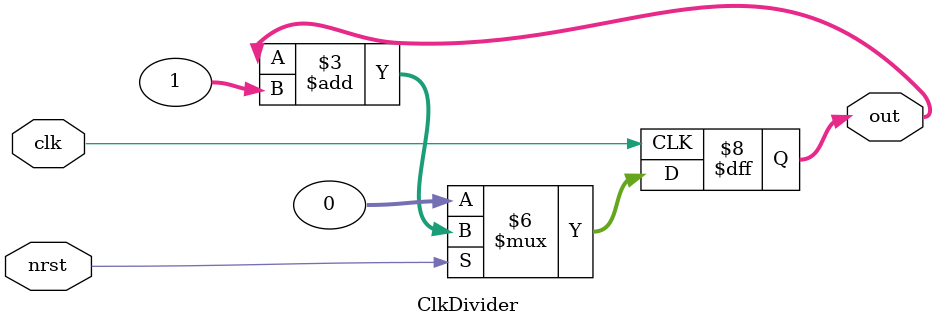
<source format=v>


module ClkDivider(clk,nrst,out);

input wire clk;
input wire nrst;
output reg [(WIDTH-1):0] out = 0;

parameter WIDTH = 32;

always @ (posedge clk) begin
	if (~nrst) begin
		out <= 0;
	end
	else begin
		out <= out + 1;
	end
end

endmodule
</source>
